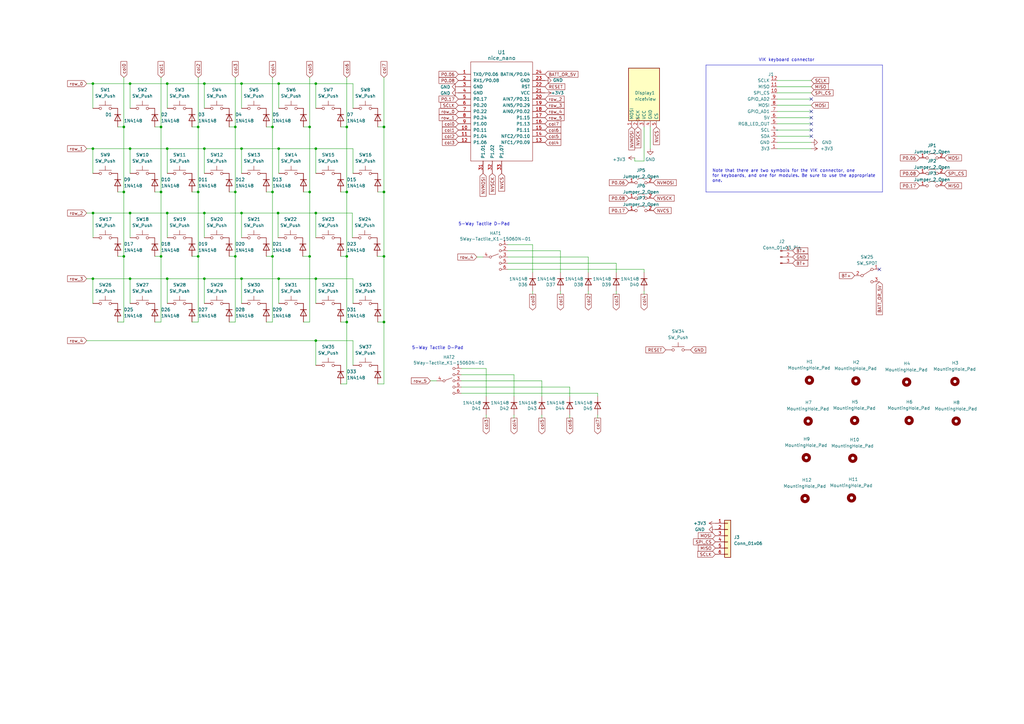
<source format=kicad_sch>
(kicad_sch (version 20230121) (generator eeschema)
  (paper "A3")
  (junction (at 127 105.156))
  (junction (at 142.24 132.08))
  (junction (at 142.24 52.07))
  (junction (at 38.1481 87.376))
  (junction (at 53.34 34.29))
  (junction (at 114.3 34.29))
  (junction (at 50.8 78.74))
  (junction (at 129.54 34.29))
  (junction (at 68.58 34.29))
  (junction (at 96.52 105.156))
  (junction (at 129.54 87.376))
  (junction (at 53.34 60.96))
  (junction (at 127 52.07))
  (junction (at 99.06 87.376))
  (junction (at 81.28 105.156))
  (junction (at 66.04 78.74))
  (junction (at 38.1 34.29))
  (junction (at 53.34 87.376))
  (junction (at 38.1 60.96))
  (junction (at 157.48 78.74))
  (junction (at 81.28 52.07))
  (junction (at 129.54 114.3))
  (junction (at 96.52 52.07))
  (junction (at 127 78.74))
  (junction (at 111.76 78.74))
  (junction (at 99.06 60.96))
  (junction (at 50.8 52.07))
  (junction (at 99.06 114.3))
  (junction (at 38.1 114.3))
  (junction (at 96.52 78.74))
  (junction (at 83.82 34.29))
  (junction (at 50.8 105.156))
  (junction (at 114.046 87.376))
  (junction (at 66.04 52.07))
  (junction (at 99.06 34.29))
  (junction (at 68.58 60.96))
  (junction (at 111.76 105.156))
  (junction (at 129.54 139.7))
  (junction (at 81.28 78.74))
  (junction (at 114.3 114.3))
  (junction (at 68.58 87.376))
  (junction (at 142.24 78.74))
  (junction (at 114.3 60.96))
  (junction (at 111.76 52.07))
  (junction (at 66.04 105.156))
  (junction (at 157.48 105.156))
  (junction (at 83.82 60.96))
  (junction (at 83.82 114.3))
  (junction (at 157.48 132.08))
  (junction (at 129.54 60.96))
  (junction (at 157.48 52.07))
  (junction (at 68.58 114.3))
  (junction (at 142.24 105.156))
  (junction (at 83.82 87.376))
  (junction (at 53.34 114.3))
  (no_connect (at 332.74 55.88))
  (no_connect (at 332.74 53.34))
  (no_connect (at 332.74 48.26))
  (no_connect (at 360.68 110.49))
  (no_connect (at 332.74 50.8))
  (no_connect (at 332.74 40.64))
  (no_connect (at 332.74 45.72))
  (wire (pts (xy 114.3 34.29) (xy 129.54 34.29)))
  (wire (pts (xy 129.54 60.96) (xy 144.78 60.96)))
  (wire (pts (xy 318.77 40.64) (xy 332.74 40.64)))
  (wire (pts (xy 157.48 78.74) (xy 157.48 52.07)))
  (wire (pts (xy 241.3 119.38) (xy 241.3 120.65)))
  (wire (pts (xy 50.8 105.156) (xy 50.8 132.08)))
  (wire (pts (xy 111.76 52.07) (xy 111.76 78.74)))
  (wire (pts (xy 50.8 78.74) (xy 48.26 78.74)))
  (wire (pts (xy 189.23 153.67) (xy 210.82 153.67)))
  (wire (pts (xy 318.77 33.02) (xy 332.74 33.02)))
  (wire (pts (xy 139.7 157.48) (xy 142.24 157.48)))
  (wire (pts (xy 53.34 114.3) (xy 68.58 114.3)))
  (wire (pts (xy 127 105.156) (xy 124.206 105.156)))
  (wire (pts (xy 142.24 105.156) (xy 142.24 132.08)))
  (wire (pts (xy 233.68 158.75) (xy 233.68 162.56)))
  (wire (pts (xy 318.77 58.42) (xy 332.74 58.42)))
  (wire (pts (xy 189.23 151.13) (xy 199.39 151.13)))
  (wire (pts (xy 38.1 60.96) (xy 53.34 60.96)))
  (wire (pts (xy 252.73 107.95) (xy 252.73 111.76)))
  (wire (pts (xy 218.44 119.38) (xy 218.44 120.65)))
  (wire (pts (xy 83.82 114.3) (xy 99.06 114.3)))
  (wire (pts (xy 111.76 105.156) (xy 111.76 132.08)))
  (wire (pts (xy 199.39 170.18) (xy 199.39 171.45)))
  (wire (pts (xy 114.3 114.3) (xy 114.3 124.46)))
  (wire (pts (xy 99.06 114.3) (xy 114.3 114.3)))
  (wire (pts (xy 81.28 78.74) (xy 81.28 105.156)))
  (wire (pts (xy 318.77 45.72) (xy 332.74 45.72)))
  (wire (pts (xy 189.23 156.21) (xy 222.25 156.21)))
  (wire (pts (xy 83.82 60.96) (xy 83.82 71.12)))
  (wire (pts (xy 53.34 124.46) (xy 53.34 114.3)))
  (wire (pts (xy 318.77 48.26) (xy 332.74 48.26)))
  (wire (pts (xy 144.526 87.376) (xy 144.526 97.536)))
  (wire (pts (xy 35.56 34.29) (xy 38.1 34.29)))
  (wire (pts (xy 66.04 105.156) (xy 66.04 132.08)))
  (wire (pts (xy 81.28 105.156) (xy 81.28 132.08)))
  (wire (pts (xy 154.94 157.48) (xy 157.48 157.48)))
  (wire (pts (xy 208.28 102.87) (xy 229.87 102.87)))
  (wire (pts (xy 68.58 34.29) (xy 83.82 34.29)))
  (wire (pts (xy 53.34 87.376) (xy 68.58 87.376)))
  (wire (pts (xy 127 78.74) (xy 124.46 78.74)))
  (wire (pts (xy 38.1 34.29) (xy 53.34 34.29)))
  (wire (pts (xy 198.12 105.41) (xy 195.58 105.41)))
  (wire (pts (xy 99.06 60.96) (xy 99.06 71.12)))
  (wire (pts (xy 157.48 52.07) (xy 154.94 52.07)))
  (wire (pts (xy 142.24 78.74) (xy 139.7 78.74)))
  (wire (pts (xy 144.78 139.7) (xy 144.78 149.86)))
  (wire (pts (xy 96.52 105.156) (xy 96.52 132.08)))
  (wire (pts (xy 218.44 100.33) (xy 218.44 111.76)))
  (wire (pts (xy 264.16 52.07) (xy 264.16 66.04)))
  (wire (pts (xy 318.77 53.34) (xy 332.74 53.34)))
  (wire (pts (xy 127 105.156) (xy 127 132.08)))
  (wire (pts (xy 48.3081 105.156) (xy 50.8 105.156)))
  (wire (pts (xy 83.82 60.96) (xy 99.06 60.96)))
  (wire (pts (xy 129.54 60.96) (xy 129.54 71.12)))
  (wire (pts (xy 210.82 153.67) (xy 210.82 162.56)))
  (wire (pts (xy 83.82 114.3) (xy 83.82 124.46)))
  (wire (pts (xy 129.54 114.3) (xy 144.78 114.3)))
  (wire (pts (xy 189.23 161.29) (xy 245.11 161.29)))
  (wire (pts (xy 157.48 78.74) (xy 157.48 105.156)))
  (wire (pts (xy 78.74 132.08) (xy 81.28 132.08)))
  (wire (pts (xy 38.1 34.29) (xy 38.1 44.45)))
  (wire (pts (xy 68.58 114.3) (xy 83.82 114.3)))
  (wire (pts (xy 127 78.74) (xy 127 52.07)))
  (wire (pts (xy 96.52 78.74) (xy 93.98 78.74)))
  (wire (pts (xy 233.68 170.18) (xy 233.68 171.45)))
  (wire (pts (xy 129.54 114.3) (xy 129.54 124.46)))
  (wire (pts (xy 129.54 34.29) (xy 129.54 44.45)))
  (wire (pts (xy 66.04 52.07) (xy 66.04 78.74)))
  (wire (pts (xy 318.77 60.96) (xy 332.74 60.96)))
  (wire (pts (xy 157.48 132.08) (xy 157.48 157.48)))
  (wire (pts (xy 127 78.74) (xy 127 105.156)))
  (wire (pts (xy 81.28 31.75) (xy 81.28 52.07)))
  (wire (pts (xy 99.06 87.376) (xy 114.046 87.376)))
  (wire (pts (xy 38.1 114.3) (xy 53.34 114.3)))
  (wire (pts (xy 127 52.07) (xy 124.46 52.07)))
  (wire (pts (xy 222.25 170.18) (xy 222.25 171.45)))
  (wire (pts (xy 114.3 34.29) (xy 114.3 44.45)))
  (wire (pts (xy 66.04 31.75) (xy 66.04 52.07)))
  (wire (pts (xy 109.22 132.08) (xy 111.76 132.08)))
  (wire (pts (xy 99.06 114.3) (xy 99.06 124.46)))
  (wire (pts (xy 63.5 105.156) (xy 66.04 105.156)))
  (wire (pts (xy 83.82 87.376) (xy 99.06 87.376)))
  (wire (pts (xy 208.28 110.49) (xy 264.16 110.49)))
  (wire (pts (xy 129.54 87.376) (xy 144.526 87.376)))
  (wire (pts (xy 124.46 132.08) (xy 127 132.08)))
  (polyline (pts (xy 289.56 26.67) (xy 361.95 26.67)))
  (wire (pts (xy 38.1481 87.376) (xy 53.34 87.376)))
  (wire (pts (xy 144.78 60.96) (xy 144.78 71.12)))
  (wire (pts (xy 111.76 78.74) (xy 111.76 105.156)))
  (wire (pts (xy 189.23 158.75) (xy 233.68 158.75)))
  (wire (pts (xy 114.3 114.3) (xy 129.54 114.3)))
  (wire (pts (xy 179.07 156.21) (xy 176.53 156.21)))
  (wire (pts (xy 129.54 34.29) (xy 144.78 34.29)))
  (polyline (pts (xy 361.95 78.74) (xy 289.56 78.74)))
  (wire (pts (xy 208.28 105.41) (xy 241.3 105.41)))
  (wire (pts (xy 83.82 34.29) (xy 99.06 34.29)))
  (wire (pts (xy 114.3 60.96) (xy 114.3 71.12)))
  (wire (pts (xy 109.22 52.07) (xy 111.76 52.07)))
  (wire (pts (xy 66.04 78.74) (xy 63.5 78.74)))
  (wire (pts (xy 99.06 87.376) (xy 99.06 97.536)))
  (wire (pts (xy 114.046 87.376) (xy 114.046 97.536)))
  (wire (pts (xy 139.7 132.08) (xy 142.24 132.08)))
  (wire (pts (xy 81.28 105.156) (xy 78.74 105.156)))
  (wire (pts (xy 129.54 139.7) (xy 129.54 149.86)))
  (wire (pts (xy 66.04 78.74) (xy 66.04 105.156)))
  (wire (pts (xy 144.78 34.29) (xy 144.78 44.45)))
  (wire (pts (xy 50.8 78.74) (xy 50.8 52.07)))
  (wire (pts (xy 99.06 34.29) (xy 99.06 44.45)))
  (wire (pts (xy 96.52 52.07) (xy 93.98 52.07)))
  (wire (pts (xy 96.52 78.74) (xy 96.52 105.156)))
  (wire (pts (xy 264.16 110.49) (xy 264.16 111.76)))
  (wire (pts (xy 229.87 119.38) (xy 229.87 120.65)))
  (wire (pts (xy 38.1481 87.376) (xy 38.1481 97.536)))
  (wire (pts (xy 99.06 60.96) (xy 114.3 60.96)))
  (wire (pts (xy 81.28 52.07) (xy 78.74 52.07)))
  (wire (pts (xy 38.1 114.3) (xy 38.1 124.46)))
  (wire (pts (xy 68.58 87.376) (xy 83.82 87.376)))
  (wire (pts (xy 38.1 71.12) (xy 38.1 60.96)))
  (wire (pts (xy 48.26 132.08) (xy 50.8 132.08)))
  (wire (pts (xy 93.98 132.08) (xy 96.52 132.08)))
  (wire (pts (xy 127 31.75) (xy 127 52.07)))
  (wire (pts (xy 252.73 119.38) (xy 252.73 120.65)))
  (wire (pts (xy 208.28 100.33) (xy 218.44 100.33)))
  (wire (pts (xy 111.76 31.75) (xy 111.76 52.07)))
  (wire (pts (xy 318.77 55.88) (xy 332.74 55.88)))
  (wire (pts (xy 68.58 114.3) (xy 68.58 124.46)))
  (wire (pts (xy 199.39 151.13) (xy 199.39 162.56)))
  (wire (pts (xy 68.58 60.96) (xy 83.82 60.96)))
  (wire (pts (xy 264.16 66.04) (xy 260.35 66.04)))
  (wire (pts (xy 68.58 60.96) (xy 68.58 71.12)))
  (wire (pts (xy 111.76 105.156) (xy 109.22 105.156)))
  (wire (pts (xy 129.54 139.7) (xy 144.78 139.7)))
  (wire (pts (xy 83.82 87.376) (xy 83.82 97.536)))
  (polyline (pts (xy 289.56 26.67) (xy 289.56 78.74)))
  (wire (pts (xy 142.24 105.156) (xy 139.7 105.156)))
  (wire (pts (xy 245.11 170.18) (xy 245.11 171.45)))
  (wire (pts (xy 99.06 34.29) (xy 114.3 34.29)))
  (wire (pts (xy 50.8 31.75) (xy 50.8 52.07)))
  (wire (pts (xy 260.35 66.04) (xy 260.35 64.77)))
  (wire (pts (xy 96.52 31.75) (xy 96.52 52.07)))
  (wire (pts (xy 157.48 78.74) (xy 154.94 78.74)))
  (wire (pts (xy 245.11 161.29) (xy 245.11 162.56)))
  (wire (pts (xy 318.77 50.8) (xy 332.74 50.8)))
  (wire (pts (xy 93.98 105.156) (xy 96.52 105.156)))
  (wire (pts (xy 35.56 139.7) (xy 129.54 139.7)))
  (wire (pts (xy 208.28 107.95) (xy 252.73 107.95)))
  (wire (pts (xy 35.56 60.96) (xy 38.1 60.96)))
  (wire (pts (xy 142.24 132.08) (xy 142.24 157.48)))
  (wire (pts (xy 50.8 78.74) (xy 50.8 105.156)))
  (wire (pts (xy 229.87 102.87) (xy 229.87 111.76)))
  (wire (pts (xy 129.54 87.376) (xy 129.54 97.536)))
  (polyline (pts (xy 361.95 26.67) (xy 361.95 78.74)))
  (wire (pts (xy 266.7 52.07) (xy 266.7 60.96)))
  (wire (pts (xy 111.76 78.74) (xy 109.22 78.74)))
  (wire (pts (xy 81.28 78.74) (xy 78.74 78.74)))
  (wire (pts (xy 114.046 87.376) (xy 129.54 87.376)))
  (wire (pts (xy 96.52 78.74) (xy 96.52 52.07)))
  (wire (pts (xy 53.34 34.29) (xy 68.58 34.29)))
  (wire (pts (xy 53.34 60.96) (xy 68.58 60.96)))
  (wire (pts (xy 318.77 38.1) (xy 332.74 38.1)))
  (wire (pts (xy 63.5 52.07) (xy 66.04 52.07)))
  (wire (pts (xy 53.34 34.29) (xy 53.34 44.45)))
  (wire (pts (xy 83.82 34.29) (xy 83.82 44.45)))
  (wire (pts (xy 142.24 31.75) (xy 142.24 52.07)))
  (wire (pts (xy 35.56 87.376) (xy 38.1481 87.376)))
  (wire (pts (xy 318.77 35.56) (xy 332.74 35.56)))
  (wire (pts (xy 68.58 34.29) (xy 68.58 44.45)))
  (wire (pts (xy 81.28 78.74) (xy 81.28 52.07)))
  (wire (pts (xy 68.58 87.376) (xy 68.58 97.536)))
  (wire (pts (xy 157.48 105.156) (xy 154.686 105.156)))
  (wire (pts (xy 241.3 105.41) (xy 241.3 111.76)))
  (wire (pts (xy 53.34 60.96) (xy 53.34 71.12)))
  (wire (pts (xy 154.94 132.08) (xy 157.48 132.08)))
  (wire (pts (xy 157.48 31.75) (xy 157.48 52.07)))
  (wire (pts (xy 63.5 132.08) (xy 66.04 132.08)))
  (wire (pts (xy 157.48 105.156) (xy 157.48 132.08)))
  (wire (pts (xy 142.24 78.74) (xy 142.24 105.156)))
  (wire (pts (xy 318.77 43.18) (xy 332.74 43.18)))
  (wire (pts (xy 222.25 156.21) (xy 222.25 162.56)))
  (wire (pts (xy 114.3 60.96) (xy 129.54 60.96)))
  (wire (pts (xy 139.7 52.07) (xy 142.24 52.07)))
  (wire (pts (xy 142.24 52.07) (xy 142.24 78.74)))
  (wire (pts (xy 35.56 114.3) (xy 38.1 114.3)))
  (wire (pts (xy 210.82 170.18) (xy 210.82 171.45)))
  (wire (pts (xy 144.78 114.3) (xy 144.78 124.46)))
  (wire (pts (xy 264.16 119.38) (xy 264.16 120.65)))
  (wire (pts (xy 53.34 87.376) (xy 53.34 97.536)))
  (wire (pts (xy 50.8 52.07) (xy 48.26 52.07)))
  (text "Note that there are two symbols for the VIK connector, one\nfor keyboards, and one for modules. Be sure to use the appropriate\none." (at 292.1 74.93 0) (effects (font (size 1.27 1.27)) (justify left bottom)))
  (text "5-Way Tactile D-Pad" (at 168.91 143.51 0) (effects (font (size 1.27 1.27)) (justify left bottom)))
  (text "VIK keyboard connector" (at 311.15 25.4 0) (effects (font (size 1.27 1.27)) (justify left bottom)))
  (text "5-Way Tactile D-Pad" (at 187.96 92.71 0) (effects (font (size 1.27 1.27)) (justify left bottom)))
  (global_label "NVCS" (shape input) (at 205.74 71.12 270) (property "Intersheetrefs" "${INTERSHEET_REFS}" (effects hide)))
  (global_label "col4" (shape output) (at 264.16 120.65 270) (property "Intersheetrefs" "${INTERSHEET_REFS}" (effects hide)))
  (global_label "P0.17" (shape input) (at 257.81 86.36 180) (property "Intersheetrefs" "${INTERSHEET_REFS}" (effects hide)))
  (global_label "col1" (shape input) (at 66.04 31.75 90) (property "Intersheetrefs" "${INTERSHEET_REFS}" (effects hide)))
  (global_label "row_4" (shape input) (at 223.52 45.72 0) (property "Intersheetrefs" "${INTERSHEET_REFS}" (effects hide)))
  (global_label "row_5" (shape input) (at 176.53 156.21 180) (property "Intersheetrefs" "${INTERSHEET_REFS}" (effects hide)))
  (global_label "row_0" (shape input) (at 35.56 34.29 180) (property "Intersheetrefs" "${INTERSHEET_REFS}" (effects hide)))
  (global_label "P0.06" (shape input) (at 187.96 30.48 180) (property "Intersheetrefs" "${INTERSHEET_REFS}" (effects hide)))
  (global_label "BATT_OR_5V" (shape input) (at 360.68 115.57 270) (property "Intersheetrefs" "${INTERSHEET_REFS}" (effects hide)))
  (global_label "col7" (shape input) (at 223.52 50.8 0) (property "Intersheetrefs" "${INTERSHEET_REFS}" (effects hide)))
  (global_label "GND" (shape input) (at 325.12 105.41 0) (property "Intersheetrefs" "${INTERSHEET_REFS}" (effects hide)))
  (global_label "row_1" (shape input) (at 35.56 60.96 180) (property "Intersheetrefs" "${INTERSHEET_REFS}" (effects hide)))
  (global_label "row_3" (shape input) (at 35.56 114.3 180) (property "Intersheetrefs" "${INTERSHEET_REFS}" (effects hide)))
  (global_label "NVMOSI" (shape input) (at 259.08 52.07 270) (property "Intersheetrefs" "${INTERSHEET_REFS}" (effects hide)))
  (global_label "MISO" (shape input) (at 387.35 76.2 0) (property "Intersheetrefs" "${INTERSHEET_REFS}" (effects hide)))
  (global_label "col6" (shape input) (at 142.24 31.75 90) (property "Intersheetrefs" "${INTERSHEET_REFS}" (effects hide)))
  (global_label "row_4" (shape input) (at 35.56 139.7 180) (property "Intersheetrefs" "${INTERSHEET_REFS}" (effects hide)))
  (global_label "row_4" (shape input) (at 195.58 105.41 180) (property "Intersheetrefs" "${INTERSHEET_REFS}" (effects hide)))
  (global_label "BT+" (shape input) (at 325.12 102.87 0) (property "Intersheetrefs" "${INTERSHEET_REFS}" (effects hide)))
  (global_label "NVMOSI" (shape input) (at 267.97 74.93 0) (property "Intersheetrefs" "${INTERSHEET_REFS}" (effects hide)))
  (global_label "SCLK" (shape input) (at 293.37 227.33 180) (property "Intersheetrefs" "${INTERSHEET_REFS}" (effects hide)))
  (global_label "SPI_CS" (shape input) (at 293.37 222.25 180) (property "Intersheetrefs" "${INTERSHEET_REFS}" (effects hide)))
  (global_label "col6" (shape output) (at 233.68 171.45 270) (property "Intersheetrefs" "${INTERSHEET_REFS}" (effects hide)))
  (global_label "MOSI" (shape input) (at 293.37 219.71 180) (property "Intersheetrefs" "${INTERSHEET_REFS}" (effects hide)))
  (global_label "SCLK" (shape input) (at 187.96 43.18 180) (property "Intersheetrefs" "${INTERSHEET_REFS}" (effects hide)))
  (global_label "col2" (shape input) (at 187.96 55.88 180) (property "Intersheetrefs" "${INTERSHEET_REFS}" (effects hide)))
  (global_label "col0" (shape input) (at 50.8 31.75 90) (property "Intersheetrefs" "${INTERSHEET_REFS}" (effects hide)))
  (global_label "MOSI" (shape input) (at 387.35 64.77 0) (property "Intersheetrefs" "${INTERSHEET_REFS}" (effects hide)))
  (global_label "row_1" (shape input) (at 187.96 48.26 180) (property "Intersheetrefs" "${INTERSHEET_REFS}" (effects hide)))
  (global_label "MISO" (shape input) (at 332.74 35.56 0) (property "Intersheetrefs" "${INTERSHEET_REFS}" (effects hide)))
  (global_label "MISO" (shape input) (at 293.37 224.79 180) (property "Intersheetrefs" "${INTERSHEET_REFS}" (effects hide)))
  (global_label "P0.08" (shape input) (at 377.19 71.12 180) (property "Intersheetrefs" "${INTERSHEET_REFS}" (effects hide)))
  (global_label "NVCS" (shape input) (at 267.97 86.36 0) (property "Intersheetrefs" "${INTERSHEET_REFS}" (effects hide)))
  (global_label "SPI_CS" (shape input) (at 387.35 71.12 0) (property "Intersheetrefs" "${INTERSHEET_REFS}" (effects hide)))
  (global_label "BT+" (shape input) (at 325.12 107.95 0) (property "Intersheetrefs" "${INTERSHEET_REFS}" (effects hide)))
  (global_label "P0.08" (shape input) (at 187.96 33.02 180) (property "Intersheetrefs" "${INTERSHEET_REFS}" (effects hide)))
  (global_label "col4" (shape output) (at 210.82 171.45 270) (property "Intersheetrefs" "${INTERSHEET_REFS}" (effects hide)))
  (global_label "P0.17" (shape input) (at 377.19 76.2 180) (property "Intersheetrefs" "${INTERSHEET_REFS}" (effects hide)))
  (global_label "GND" (shape input) (at 283.21 143.51 0) (property "Intersheetrefs" "${INTERSHEET_REFS}" (effects hide)))
  (global_label "col2" (shape output) (at 241.3 120.65 270) (property "Intersheetrefs" "${INTERSHEET_REFS}" (effects hide)))
  (global_label "BATT_OR_5V" (shape input) (at 223.52 30.48 0) (property "Intersheetrefs" "${INTERSHEET_REFS}" (effects hide)))
  (global_label "SPI_CS" (shape input) (at 332.74 38.1 0) (property "Intersheetrefs" "${INTERSHEET_REFS}" (effects hide)))
  (global_label "col4" (shape input) (at 111.76 31.75 90) (property "Intersheetrefs" "${INTERSHEET_REFS}" (effects hide)))
  (global_label "RESET" (shape input) (at 273.05 143.51 180) (property "Intersheetrefs" "${INTERSHEET_REFS}" (effects hide)))
  (global_label "RESET" (shape input) (at 223.52 35.56 0) (property "Intersheetrefs" "${INTERSHEET_REFS}" (effects hide)))
  (global_label "col7" (shape input) (at 157.48 31.75 90) (property "Intersheetrefs" "${INTERSHEET_REFS}" (effects hide)))
  (global_label "col3" (shape output) (at 199.39 171.45 270) (property "Intersheetrefs" "${INTERSHEET_REFS}" (effects hide)))
  (global_label "row_0" (shape input) (at 187.96 45.72 180) (property "Intersheetrefs" "${INTERSHEET_REFS}" (effects hide)))
  (global_label "SCLK" (shape input) (at 332.74 33.02 0) (property "Intersheetrefs" "${INTERSHEET_REFS}" (effects hide)))
  (global_label "BT+" (shape input) (at 350.52 113.03 180) (property "Intersheetrefs" "${INTERSHEET_REFS}" (effects hide)))
  (global_label "row_3" (shape input) (at 223.52 43.18 0) (property "Intersheetrefs" "${INTERSHEET_REFS}" (effects hide)))
  (global_label "NVCS" (shape input) (at 269.24 52.07 270) (property "Intersheetrefs" "${INTERSHEET_REFS}" (effects hide)))
  (global_label "P0.17" (shape input) (at 187.96 40.64 180) (property "Intersheetrefs" "${INTERSHEET_REFS}" (effects hide)))
  (global_label "P0.06" (shape input) (at 257.81 74.93 180) (property "Intersheetrefs" "${INTERSHEET_REFS}" (effects hide)))
  (global_label "col4" (shape input) (at 223.52 58.42 0) (property "Intersheetrefs" "${INTERSHEET_REFS}" (effects hide)))
  (global_label "col0" (shape input) (at 187.96 50.8 180) (property "Intersheetrefs" "${INTERSHEET_REFS}" (effects hide)))
  (global_label "col6" (shape input) (at 223.52 53.34 0) (property "Intersheetrefs" "${INTERSHEET_REFS}" (effects hide)))
  (global_label "col1" (shape input) (at 187.96 53.34 180) (property "Intersheetrefs" "${INTERSHEET_REFS}" (effects hide)))
  (global_label "MOSI" (shape input) (at 332.74 43.18 0) (property "Intersheetrefs" "${INTERSHEET_REFS}" (effects hide)))
  (global_label "row_2" (shape input) (at 223.52 40.64 0) (property "Intersheetrefs" "${INTERSHEET_REFS}" (effects hide)))
  (global_label "col5" (shape input) (at 127 31.75 90) (property "Intersheetrefs" "${INTERSHEET_REFS}" (effects hide)))
  (global_label "col2" (shape input) (at 81.28 31.75 90) (property "Intersheetrefs" "${INTERSHEET_REFS}" (effects hide)))
  (global_label "NVSCK" (shape input) (at 201.93 71.12 270) (property "Intersheetrefs" "${INTERSHEET_REFS}" (effects hide)))
  (global_label "row_2" (shape input) (at 35.56 87.376 180) (property "Intersheetrefs" "${INTERSHEET_REFS}" (effects hide)))
  (global_label "row_5" (shape input) (at 223.52 48.26 0) (property "Intersheetrefs" "${INTERSHEET_REFS}" (effects hide)))
  (global_label "col0" (shape output) (at 218.44 120.65 270) (property "Intersheetrefs" "${INTERSHEET_REFS}" (effects hide)))
  (global_label "col3" (shape input) (at 96.52 31.75 90) (property "Intersheetrefs" "${INTERSHEET_REFS}" (effects hide)))
  (global_label "col3" (shape output) (at 252.73 120.65 270) (property "Intersheetrefs" "${INTERSHEET_REFS}" (effects hide)))
  (global_label "col3" (shape input) (at 187.96 58.42 180) (property "Intersheetrefs" "${INTERSHEET_REFS}" (effects hide)))
  (global_label "P0.08" (shape input) (at 257.81 81.28 180) (property "Intersheetrefs" "${INTERSHEET_REFS}" (effects hide)))
  (global_label "NVMOSI" (shape input) (at 198.12 71.12 270) (property "Intersheetrefs" "${INTERSHEET_REFS}" (effects hide)))
  (global_label "col7" (shape output) (at 245.11 171.45 270) (property "Intersheetrefs" "${INTERSHEET_REFS}" (effects hide)))
  (global_label "P0.06" (shape input) (at 377.19 64.77 180) (property "Intersheetrefs" "${INTERSHEET_REFS}" (effects hide)))
  (global_label "col5" (shape output) (at 222.25 171.45 270) (property "Intersheetrefs" "${INTERSHEET_REFS}" (effects hide)))
  (global_label "col5" (shape input) (at 223.52 55.88 0) (property "Intersheetrefs" "${INTERSHEET_REFS}" (effects hide)))
  (global_label "col1" (shape output) (at 229.87 120.65 270) (property "Intersheetrefs" "${INTERSHEET_REFS}" (effects hide)))
  (global_label "NVSCK" (shape input) (at 267.97 81.28 0) (property "Intersheetrefs" "${INTERSHEET_REFS}" (effects hide)))
  (global_label "NVSCK" (shape input) (at 261.62 52.07 270) (property "Intersheetrefs" "${INTERSHEET_REFS}" (effects hide)))
  (symbol (lib_id "alaa:Diode_1N4148") (at 63.5 48.26 270) (unit 1)
    (property "Reference" "D2" (at 66.04 46.9899 90) (effects (justify left)))
    (property "Value" "1N4148" (at 66.04 49.5299 90) (effects (justify left)))
    (property "Footprint" "Diode_SMD:D_SOD-123" (effects hide))
    (property "Datasheet" "https://assets.nexperia.com/documents/data-sheet/1N4148_1N4448.pdf" (effects hide))
    (property "LCSC" "C8598" (effects hide))
  )
  (symbol (lib_id "Device:D") (at 264.16 115.57 270) (unit 1)
    (property "Reference" "D40" (at 262.128 116.7384 90) (effects (justify right)))
    (property "Value" "1N4148" (at 262.128 114.427 90) (effects (justify right)))
    (property "Footprint" "Diode_SMD:D_SOD-123" (effects hide))
    (property "Datasheet" "https://assets.nexperia.com/documents/data-sheet/1N4148_1N4448.pdf" (effects hide))
    (property "LCSC" "C8598" (effects hide))
  )
  (symbol (lib_id "Mechanical:MountingHole") (at 331.978 155.956 0) (unit 1)
    (property "Reference" "H1" (at 330.708 148.336 0) (effects (justify left)))
    (property "Value" "MountingHole_Pad" (at 323.088 150.876 0) (effects (justify left)))
    (property "Footprint" "Alaa:MountingHole_M3" (effects hide))
  )
  (symbol (lib_id "alaa:Diode_1N4148") (at 48.26 128.27 270) (unit 1)
    (property "Reference" "D25" (at 50.8 126.9999 90) (effects (justify left)))
    (property "Value" "1N4148" (at 50.8 129.5399 90) (effects (justify left)))
    (property "Footprint" "Diode_SMD:D_SOD-123" (effects hide))
    (property "Datasheet" "https://assets.nexperia.com/documents/data-sheet/1N4148_1N4448.pdf" (effects hide))
    (property "LCSC" "C8598" (effects hide))
  )
  (symbol (lib_id "Mechanical:MountingHole") (at 351.028 156.21 0) (unit 1)
    (property "Reference" "H2" (at 349.758 148.59 0) (effects (justify left)))
    (property "Value" "MountingHole_Pad" (at 342.138 151.13 0) (effects (justify left)))
    (property "Footprint" "Alaa:MountingHole_M3" (effects hide))
  )
  (symbol (lib_id "Mechanical:MountingHole") (at 330.2 204.47 0) (unit 1)
    (property "Reference" "H12" (at 328.93 196.85 0) (effects (justify left)))
    (property "Value" "MountingHole_Pad" (at 321.31 199.39 0) (effects (justify left)))
    (property "Footprint" "Alaa:MountingHole_M3" (effects hide))
  )
  (symbol (lib_id "Switch:SW_Push") (at 104.14 71.12 0) (unit 1)
    (property "Reference" "SW13" (at 104.14 63.5 0))
    (property "Value" "SW_Push" (at 104.14 66.04 0))
    (property "Footprint" "Alaa:Kailh_hotswap_only_MX-CHOC" (effects hide))
  )
  (symbol (lib_id "vik:vik-keyboard-connector") (at 318.77 46.99 180) (unit 1)
    (property "Reference" "J1" (at 316.23 30.48 0))
    (property "Value" "~" (at 318.77 53.34 0))
    (property "Footprint" "vik:vik-keyboard-connector-horizontal" (effects hide))
    (property "LCSC" "C479750" (effects hide))
  )
  (symbol (lib_id "Mechanical:MountingHole") (at 349.758 187.96 0) (unit 1)
    (property "Reference" "H10" (at 348.488 180.34 0) (effects (justify left)))
    (property "Value" "MountingHole_Pad" (at 340.868 182.88 0) (effects (justify left)))
    (property "Footprint" "Alaa:MountingHole_M3" (effects hide))
  )
  (symbol (lib_id "Switch:SW_Push") (at 134.62 97.536 0) (unit 1)
    (property "Reference" "SW23" (at 134.62 89.916 0))
    (property "Value" "SW_Push" (at 134.62 92.456 0))
    (property "Footprint" "Alaa:Kailh_hotswap_only_MX-CHOC" (effects hide))
  )
  (symbol (lib_id "power:GND") (at 187.96 38.1 270) (unit 1)
    (property "Reference" "#PWR03" (effects hide))
    (property "Value" "GND" (at 184.7088 38.227 90) (effects (justify right)))
  )
  (symbol (lib_id "Device:D") (at 229.87 115.57 270) (unit 1)
    (property "Reference" "D37" (at 227.838 116.7384 90) (effects (justify right)))
    (property "Value" "1N4148" (at 227.838 114.427 90) (effects (justify right)))
    (property "Footprint" "Diode_SMD:D_SOD-123" (effects hide))
    (property "Datasheet" "https://assets.nexperia.com/documents/data-sheet/1N4148_1N4448.pdf" (effects hide))
    (property "LCSC" "C8598" (effects hide))
  )
  (symbol (lib_id "Switch:SW_Push") (at 149.86 44.45 0) (unit 1)
    (property "Reference" "SW8" (at 149.86 36.83 0))
    (property "Value" "SW_Push" (at 149.86 39.37 0))
    (property "Footprint" "Alaa:Kailh_hotswap_only_MX-CHOC" (effects hide))
  )
  (symbol (lib_id "Jumper:Jumper_2_Open") (at 382.27 76.2 0) (unit 1)
    (property "Reference" "JP3" (at 382.27 71.12 0))
    (property "Value" "Jumper_2_Open" (at 382.27 73.66 0))
    (property "Footprint" "Jumper:SolderJumper-2_P1.3mm_Open_TrianglePad1.0x1.5mm" (effects hide))
  )
  (symbol (lib_id "alaa:Diode_1N4148") (at 124.46 128.27 270) (unit 1)
    (property "Reference" "D30" (effects hide))
    (property "Value" "1N4148" (effects hide))
    (property "Footprint" "Diode_SMD:D_SOD-123" (effects hide))
    (property "Datasheet" "https://assets.nexperia.com/documents/data-sheet/1N4148_1N4448.pdf" (effects hide))
    (property "LCSC" "C8598" (effects hide))
  )
  (symbol (lib_id "Jumper:Jumper_2_Open") (at 262.89 81.28 0) (unit 1)
    (property "Reference" "JP6" (at 262.89 76.2 0))
    (property "Value" "Jumper_2_Open" (at 262.89 78.74 0))
    (property "Footprint" "Jumper:SolderJumper-2_P1.3mm_Open_TrianglePad1.0x1.5mm" (effects hide))
  )
  (symbol (lib_id "alaa:Diode_1N4148") (at 63.5 74.93 270) (unit 1)
    (property "Reference" "D10" (at 66.04 73.6599 90) (effects (justify left)))
    (property "Value" "1N4148" (at 66.04 76.1999 90) (effects (justify left)))
    (property "Footprint" "Diode_SMD:D_SOD-123" (effects hide))
    (property "Datasheet" "https://assets.nexperia.com/documents/data-sheet/1N4148_1N4448.pdf" (effects hide))
    (property "LCSC" "C8598" (effects hide))
  )
  (symbol (lib_id "power:+3V3") (at 332.74 60.96 270) (unit 1)
    (property "Reference" "#PWR07" (effects hide))
    (property "Value" "+3V3" (at 339.09 60.96 90))
  )
  (symbol (lib_id "Switch:SW_Push") (at 43.18 124.46 0) (unit 1)
    (property "Reference" "SW26" (at 43.18 116.84 0))
    (property "Value" "SW_Push" (at 43.18 119.38 0))
    (property "Footprint" "Alaa:Kailh_hotswap_only_MX-CHOC" (effects hide))
  )
  (symbol (lib_id "power:+3V3") (at 223.52 38.1 270) (unit 1)
    (property "Reference" "#PWR04" (effects hide))
    (property "Value" "+3V3" (at 228.6 38.1 90))
  )
  (symbol (lib_id "nice_view:nice!view") (at 264.16 39.37 0) (unit 1)
    (property "Reference" "Display1" (at 260.35 38.1031 0) (effects (justify left)))
    (property "Value" "nice!view" (at 260.35 40.64 0) (effects (justify left)))
    (property "Footprint" "Alaa:nice_view" (effects hide))
    (property "Datasheet" "https://nicekeyboards.com/docs/nice-view/pinout-schematic" (effects hide))
  )
  (symbol (lib_id "Device:D") (at 252.73 115.57 270) (unit 1)
    (property "Reference" "D39" (at 250.698 116.7384 90) (effects (justify right)))
    (property "Value" "1N4148" (at 250.698 114.427 90) (effects (justify right)))
    (property "Footprint" "Diode_SMD:D_SOD-123" (effects hide))
    (property "Datasheet" "https://assets.nexperia.com/documents/data-sheet/1N4148_1N4448.pdf" (effects hide))
    (property "LCSC" "C8598" (effects hide))
  )
  (symbol (lib_id "Switch:SW_Push") (at 43.18 44.45 0) (unit 1)
    (property "Reference" "SW1" (at 43.18 36.83 0))
    (property "Value" "SW_Push" (at 43.18 39.37 0))
    (property "Footprint" "Alaa:Kailh_hotswap_only_MX-CHOC" (effects hide))
  )
  (symbol (lib_id "alaa:Diode_1N4148") (at 93.98 101.346 270) (unit 1)
    (property "Reference" "D20" (at 96.52 100.0759 90) (effects (justify left)))
    (property "Value" "1N4148" (at 96.52 102.6159 90) (effects (justify left)))
    (property "Footprint" "Diode_SMD:D_SOD-123" (effects hide))
    (property "Datasheet" "https://assets.nexperia.com/documents/data-sheet/1N4148_1N4448.pdf" (effects hide))
    (property "LCSC" "C8598" (effects hide))
  )
  (symbol (lib_id "Connector_Generic:Conn_01x06") (at 298.45 219.71 0) (unit 1)
    (property "Reference" "J3" (at 300.99 220.345 0) (effects (justify left)))
    (property "Value" "Conn_01x06" (at 300.99 222.885 0) (effects (justify left)))
    (property "Footprint" "Connector_PinHeader_2.54mm:PinHeader_1x06_P2.54mm_Vertical" (effects hide))
  )
  (symbol (lib_id "Switch:SW_Push") (at 119.38 124.46 0) (unit 1)
    (property "Reference" "SW31" (at 119.38 116.84 0))
    (property "Value" "SW_Push" (at 119.38 119.38 0))
    (property "Footprint" "Alaa:Kailh_hotswap_only_MX-CHOC" (effects hide))
  )
  (symbol (lib_id "Switch:SW_Push") (at 134.62 71.12 0) (unit 1)
    (property "Reference" "SW15" (at 134.62 63.5 0))
    (property "Value" "SW_Push" (at 134.62 66.04 0))
    (property "Footprint" "Alaa:Kailh_hotswap_only_MX-CHOC" (effects hide))
  )
  (symbol (lib_id "alaa:Diode_1N4148") (at 139.7 48.26 270) (unit 1)
    (property "Reference" "D7" (at 142.24 46.9899 90) (effects (justify left)))
    (property "Value" "1N4148" (at 142.24 49.5299 90) (effects (justify left)))
    (property "Footprint" "Diode_SMD:D_SOD-123" (effects hide))
    (property "Datasheet" "https://assets.nexperia.com/documents/data-sheet/1N4148_1N4448.pdf" (effects hide))
    (property "LCSC" "C8598" (effects hide))
  )
  (symbol (lib_id "Switch:SW_Push") (at 149.86 71.12 0) (unit 1)
    (property "Reference" "SW16" (at 149.86 63.5 0))
    (property "Value" "SW_Push" (at 149.86 66.04 0))
    (property "Footprint" "Alaa:Kailh_hotswap_only_MX-CHOC" (effects hide))
  )
  (symbol (lib_id "alaa:Diode_1N4148") (at 124.46 48.26 270) (unit 1)
    (property "Reference" "D6" (effects hide))
    (property "Value" "1N4148" (effects hide))
    (property "Footprint" "Diode_SMD:D_SOD-123" (effects hide))
    (property "Datasheet" "https://assets.nexperia.com/documents/data-sheet/1N4148_1N4448.pdf" (effects hide))
    (property "LCSC" "C8598" (effects hide))
  )
  (symbol (lib_id "Switch:SW_Push") (at 134.62 149.86 0) (unit 1)
    (property "Reference" "SW35" (at 134.62 142.24 0))
    (property "Value" "SW_Push" (at 134.62 144.78 0))
    (property "Footprint" "Alaa:Kailh_hotswap_only_MX-CHOC" (effects hide))
  )
  (symbol (lib_id "alaa:Diode_1N4148") (at 109.22 128.27 270) (unit 1)
    (property "Reference" "D29" (at 111.76 126.9999 90) (effects (justify left)))
    (property "Value" "1N4148" (at 111.76 129.5399 90) (effects (justify left)))
    (property "Footprint" "Diode_SMD:D_SOD-123" (effects hide))
    (property "Datasheet" "https://assets.nexperia.com/documents/data-sheet/1N4148_1N4448.pdf" (effects hide))
    (property "LCSC" "C8598" (effects hide))
  )
  (symbol (lib_id "nice_nano:nice_nano") (at 205.74 44.45 0) (unit 1)
    (property "Reference" "U1" (at 205.74 21.4472 0) (effects (font (size 1.524 1.524))))
    (property "Value" "nice_nano" (at 205.74 23.8284 0) (effects (font (size 1.524 1.524))))
    (property "Footprint" "Keebio-Parts:nice_nano" (effects hide))
  )
  (symbol (lib_id "alaa:Diode_1N4148") (at 78.74 128.27 270) (unit 1)
    (property "Reference" "D27" (at 81.28 126.9999 90) (effects (justify left)))
    (property "Value" "1N4148" (at 81.28 129.5399 90) (effects (justify left)))
    (property "Footprint" "Diode_SMD:D_SOD-123" (effects hide))
    (property "Datasheet" "https://assets.nexperia.com/documents/data-sheet/1N4148_1N4448.pdf" (effects hide))
    (property "LCSC" "C8598" (effects hide))
  )
  (symbol (lib_id "alaa:Diode_1N4148") (at 154.94 74.93 270) (unit 1)
    (property "Reference" "D16" (effects hide))
    (property "Value" "1N4148" (effects hide))
    (property "Footprint" "Diode_SMD:D_SOD-123" (effects hide))
    (property "Datasheet" "https://assets.nexperia.com/documents/data-sheet/1N4148_1N4448.pdf" (effects hide))
    (property "LCSC" "C8598" (effects hide))
  )
  (symbol (lib_id "Device:D") (at 199.39 166.37 270) (unit 1)
    (property "Reference" "D41" (at 197.358 167.5384 90) (effects (justify right)))
    (property "Value" "1N4148" (at 197.358 165.227 90) (effects (justify right)))
    (property "Footprint" "Diode_SMD:D_SOD-123" (effects hide))
    (property "Datasheet" "https://assets.nexperia.com/documents/data-sheet/1N4148_1N4448.pdf" (effects hide))
    (property "LCSC" "C8598" (effects hide))
  )
  (symbol (lib_id "alaa:Diode_1N4148") (at 139.7 101.346 270) (unit 1)
    (property "Reference" "D23" (at 142.24 100.0759 90) (effects (justify left)))
    (property "Value" "1N4148" (at 142.24 102.6159 90) (effects (justify left)))
    (property "Footprint" "Diode_SMD:D_SOD-123" (effects hide))
    (property "Datasheet" "https://assets.nexperia.com/documents/data-sheet/1N4148_1N4448.pdf" (effects hide))
    (property "LCSC" "C8598" (effects hide))
  )
  (symbol (lib_id "alaa:Diode_1N4148") (at 139.7 74.93 270) (unit 1)
    (property "Reference" "D15" (at 142.24 73.6599 90) (effects (justify left)))
    (property "Value" "1N4148" (at 142.24 76.1999 90) (effects (justify left)))
    (property "Footprint" "Diode_SMD:D_SOD-123" (effects hide))
    (property "Datasheet" "https://assets.nexperia.com/documents/data-sheet/1N4148_1N4448.pdf" (effects hide))
    (property "LCSC" "C8598" (effects hide))
  )
  (symbol (lib_id "alaa:Diode_1N4148") (at 78.74 48.26 270) (unit 1)
    (property "Reference" "D3" (at 81.28 46.9899 90) (effects (justify left)))
    (property "Value" "1N4148" (at 81.28 49.5299 90) (effects (justify left)))
    (property "Footprint" "Diode_SMD:D_SOD-123" (effects hide))
    (property "Datasheet" "https://assets.nexperia.com/documents/data-sheet/1N4148_1N4448.pdf" (effects hide))
    (property "LCSC" "C8598" (effects hide))
  )
  (symbol (lib_id "Device:D") (at 222.25 166.37 270) (unit 1)
    (property "Reference" "D43" (at 220.218 167.5384 90) (effects (justify right)))
    (property "Value" "1N4148" (at 220.218 165.227 90) (effects (justify right)))
    (property "Footprint" "Diode_SMD:D_SOD-123" (effects hide))
    (property "Datasheet" "https://assets.nexperia.com/documents/data-sheet/1N4148_1N4448.pdf" (effects hide))
    (property "LCSC" "C8598" (effects hide))
  )
  (symbol (lib_id "alaa:Diode_1N4148") (at 154.94 153.67 270) (unit 1)
    (property "Reference" "D35" (effects hide))
    (property "Value" "1N4148" (effects hide))
    (property "Footprint" "Diode_SMD:D_SOD-123" (effects hide))
    (property "Datasheet" "https://assets.nexperia.com/documents/data-sheet/1N4148_1N4448.pdf" (effects hide))
    (property "LCSC" "C8598" (effects hide))
  )
  (symbol (lib_id "alaa:Diode_1N4148") (at 124.206 101.346 270) (unit 1)
    (property "Reference" "D22" (effects hide))
    (property "Value" "1N4148" (effects hide))
    (property "Footprint" "Diode_SMD:D_SOD-123" (effects hide))
    (property "Datasheet" "https://assets.nexperia.com/documents/data-sheet/1N4148_1N4448.pdf" (effects hide))
    (property "LCSC" "C8598" (effects hide))
  )
  (symbol (lib_id "alaa:Diode_1N4148") (at 63.5 101.346 270) (unit 1)
    (property "Reference" "D18" (at 66.04 100.0759 90) (effects (justify left)))
    (property "Value" "1N4148" (at 66.04 102.6159 90) (effects (justify left)))
    (property "Footprint" "Diode_SMD:D_SOD-123" (effects hide))
    (property "Datasheet" "https://assets.nexperia.com/documents/data-sheet/1N4148_1N4448.pdf" (effects hide))
    (property "LCSC" "C8598" (effects hide))
  )
  (symbol (lib_id "Mechanical:MountingHole") (at 391.668 156.464 0) (unit 1)
    (property "Reference" "H3" (at 390.398 148.844 0) (effects (justify left)))
    (property "Value" "MountingHole_Pad" (at 382.778 151.384 0) (effects (justify left)))
    (property "Footprint" "Alaa:MountingHole_M3" (effects hide))
  )
  (symbol (lib_id "Switch:SW_Push") (at 104.14 44.45 0) (unit 1)
    (property "Reference" "SW5" (at 104.14 36.83 0))
    (property "Value" "SW_Push" (at 104.14 39.37 0))
    (property "Footprint" "Alaa:Kailh_hotswap_only_MX-CHOC" (effects hide))
  )
  (symbol (lib_id "Switch:SW_Push") (at 73.66 44.45 0) (unit 1)
    (property "Reference" "SW3" (at 73.66 36.83 0))
    (property "Value" "SW_Push" (at 73.66 39.37 0))
    (property "Footprint" "Alaa:Kailh_hotswap_only_MX-CHOC" (effects hide))
  )
  (symbol (lib_id "Switch:SW_SPDT") (at 355.6 113.03 0) (unit 1)
    (property "Reference" "SW25" (at 355.6 105.41 0))
    (property "Value" "SW_SPDT" (at 355.6 107.95 0))
    (property "Footprint" "Alaa:SW_CuK_OS102011MA1QN1_SPDT_Angled" (effects hide))
  )
  (symbol (lib_id "Switch:SW_Push") (at 104.14 97.536 0) (unit 1)
    (property "Reference" "SW21" (at 104.14 89.916 0))
    (property "Value" "SW_Push" (at 104.14 92.456 0))
    (property "Footprint" "Alaa:Kailh_hotswap_only_MX-CHOC" (effects hide))
  )
  (symbol (lib_id "Switch:SW_Push") (at 58.42 44.45 0) (unit 1)
    (property "Reference" "SW2" (at 58.42 36.83 0))
    (property "Value" "SW_Push" (at 58.42 39.37 0))
    (property "Footprint" "Alaa:Kailh_hotswap_only_MX-CHOC" (effects hide))
  )
  (symbol (lib_id "Mechanical:MountingHole") (at 349.25 204.216 0) (unit 1)
    (property "Reference" "H11" (at 347.98 196.596 0) (effects (justify left)))
    (property "Value" "MountingHole_Pad" (at 340.36 199.136 0) (effects (justify left)))
    (property "Footprint" "Alaa:MountingHole_M3" (effects hide))
  )
  (symbol (lib_id "alaa:Diode_1N4148") (at 109.22 101.346 270) (unit 1)
    (property "Reference" "D21" (at 111.76 100.0759 90) (effects (justify left)))
    (property "Value" "1N4148" (at 111.76 102.6159 90) (effects (justify left)))
    (property "Footprint" "Diode_SMD:D_SOD-123" (effects hide))
    (property "Datasheet" "https://assets.nexperia.com/documents/data-sheet/1N4148_1N4448.pdf" (effects hide))
    (property "LCSC" "C8598" (effects hide))
  )
  (symbol (lib_id "Mechanical:MountingHole") (at 371.856 156.718 0) (unit 1)
    (property "Reference" "H4" (at 370.586 149.098 0) (effects (justify left)))
    (property "Value" "MountingHole_Pad" (at 362.966 151.638 0) (effects (justify left)))
    (property "Footprint" "Alaa:MountingHole_M3" (effects hide))
  )
  (symbol (lib_id "Switch:SW_Push") (at 134.62 44.45 0) (unit 1)
    (property "Reference" "SW7" (at 134.62 36.83 0))
    (property "Value" "SW_Push" (at 134.62 39.37 0))
    (property "Footprint" "Alaa:Kailh_hotswap_only_MX-CHOC" (effects hide))
  )
  (symbol (lib_id "alaa:Diode_1N4148") (at 78.74 101.346 270) (unit 1)
    (property "Reference" "D19" (at 81.28 100.0759 90) (effects (justify left)))
    (property "Value" "1N4148" (at 81.28 102.6159 90) (effects (justify left)))
    (property "Footprint" "Diode_SMD:D_SOD-123" (effects hide))
    (property "Datasheet" "https://assets.nexperia.com/documents/data-sheet/1N4148_1N4448.pdf" (effects hide))
    (property "LCSC" "C8598" (effects hide))
  )
  (symbol (lib_id "Switch:SW_Push") (at 134.62 124.46 0) (unit 1)
    (property "Reference" "SW32" (at 134.62 116.84 0))
    (property "Value" "SW_Push" (at 134.62 119.38 0))
    (property "Footprint" "Alaa:Kailh_hotswap_only_MX-CHOC" (effects hide))
  )
  (symbol (lib_id "Device:D") (at 241.3 115.57 270) (unit 1)
    (property "Reference" "D38" (at 239.268 116.7384 90) (effects (justify right)))
    (property "Value" "1N4148" (at 239.268 114.427 90) (effects (justify right)))
    (property "Footprint" "Diode_SMD:D_SOD-123" (effects hide))
    (property "Datasheet" "https://assets.nexperia.com/documents/data-sheet/1N4148_1N4448.pdf" (effects hide))
    (property "LCSC" "C8598" (effects hide))
  )
  (symbol (lib_id "alaa:Diode_1N4148") (at 93.98 48.26 270) (unit 1)
    (property "Reference" "D4" (at 96.52 46.9899 90) (effects (justify left)))
    (property "Value" "1N4148" (at 96.52 49.5299 90) (effects (justify left)))
    (property "Footprint" "Diode_SMD:D_SOD-123" (effects hide))
    (property "Datasheet" "https://assets.nexperia.com/documents/data-sheet/1N4148_1N4448.pdf" (effects hide))
    (property "LCSC" "C8598" (effects hide))
  )
  (symbol (lib_id "Mechanical:MountingHole") (at 331.47 172.72 0) (unit 1)
    (property "Reference" "H7" (at 330.2 165.1 0) (effects (justify left)))
    (property "Value" "MountingHole_Pad" (at 322.58 167.64 0) (effects (justify left)))
    (property "Footprint" "Alaa:MountingHole_M3" (effects hide))
  )
  (symbol (lib_id "Mechanical:MountingHole") (at 330.708 187.706 0) (unit 1)
    (property "Reference" "H9" (at 329.438 180.086 0) (effects (justify left)))
    (property "Value" "MountingHole_Pad" (at 321.818 182.626 0) (effects (justify left)))
    (property "Footprint" "Alaa:MountingHole_M3" (effects hide))
  )
  (symbol (lib_id "Switch:SW_Push") (at 73.66 97.536 0) (unit 1)
    (property "Reference" "SW19" (at 73.66 89.916 0))
    (property "Value" "SW_Push" (at 73.66 92.456 0))
    (property "Footprint" "Alaa:Kailh_hotswap_only_MX-CHOC" (effects hide))
  )
  (symbol (lib_id "Switch:SW_Push") (at 73.66 124.46 0) (unit 1)
    (property "Reference" "SW28" (at 73.66 116.84 0))
    (property "Value" "SW_Push" (at 73.66 119.38 0))
    (property "Footprint" "Alaa:Kailh_hotswap_only_MX-CHOC" (effects hide))
  )
  (symbol (lib_id "Switch:SW_Push") (at 88.9 97.536 0) (unit 1)
    (property "Reference" "SW20" (at 88.9 89.916 0))
    (property "Value" "SW_Push" (at 88.9 92.456 0))
    (property "Footprint" "Alaa:Kailh_hotswap_only_MX-CHOC" (effects hide))
  )
  (symbol (lib_id "alaa:Diode_1N4148") (at 139.7 153.67 270) (unit 1)
    (property "Reference" "D33" (at 142.24 152.3999 90) (effects (justify left)))
    (property "Value" "1N4148" (at 142.24 154.9399 90) (effects (justify left)))
    (property "Footprint" "Diode_SMD:D_SOD-123" (effects hide))
    (property "Datasheet" "https://assets.nexperia.com/documents/data-sheet/1N4148_1N4448.pdf" (effects hide))
    (property "LCSC" "C8598" (effects hide))
  )
  (symbol (lib_id "Switch:SW_Push") (at 149.86 149.86 0) (unit 1)
    (property "Reference" "SW37" (at 149.86 142.24 0))
    (property "Value" "SW_Push" (at 149.86 144.78 0))
    (property "Footprint" "Alaa:Kailh_hotswap_only_MX-CHOC" (effects hide))
  )
  (symbol (lib_id "Switch:SW_Push") (at 88.9 71.12 0) (unit 1)
    (property "Reference" "SW12" (at 88.9 63.5 0))
    (property "Value" "SW_Push" (at 88.9 66.04 0))
    (property "Footprint" "Alaa:Kailh_hotswap_only_MX-CHOC" (effects hide))
  )
  (symbol (lib_id "alaa:Diode_1N4148") (at 154.686 101.346 270) (unit 1)
    (property "Reference" "D24" (effects hide))
    (property "Value" "1N4148" (effects hide))
    (property "Footprint" "Diode_SMD:D_SOD-123" (effects hide))
    (property "Datasheet" "https://assets.nexperia.com/documents/data-sheet/1N4148_1N4448.pdf" (effects hide))
    (property "LCSC" "C8598" (effects hide))
  )
  (symbol (lib_id "Device:D") (at 210.82 166.37 270) (unit 1)
    (property "Reference" "D42" (at 208.788 167.5384 90) (effects (justify right)))
    (property "Value" "1N4148" (at 208.788 165.227 90) (effects (justify right)))
    (property "Footprint" "Diode_SMD:D_SOD-123" (effects hide))
    (property "Datasheet" "https://assets.nexperia.com/documents/data-sheet/1N4148_1N4448.pdf" (effects hide))
    (property "LCSC" "C8598" (effects hide))
  )
  (symbol (lib_id "alaa:Diode_1N4148") (at 78.74 74.93 270) (unit 1)
    (property "Reference" "D11" (at 81.28 73.6599 90) (effects (justify left)))
    (property "Value" "1N4148" (at 81.28 76.1999 90) (effects (justify left)))
    (property "Footprint" "Diode_SMD:D_SOD-123" (effects hide))
    (property "Datasheet" "https://assets.nexperia.com/documents/data-sheet/1N4148_1N4448.pdf" (effects hide))
    (property "LCSC" "C8598" (effects hide))
  )
  (symbol (lib_id "Switch:SW_Push") (at 43.2281 97.536 0) (unit 1)
    (property "Reference" "SW17" (at 43.2281 89.916 0))
    (property "Value" "SW_Push" (at 43.2281 92.456 0))
    (property "Footprint" "Alaa:Kailh_hotswap_only_MX-CHOC" (effects hide))
  )
  (symbol (lib_id "alaa:Diode_1N4148") (at 109.22 74.93 270) (unit 1)
    (property "Reference" "D13" (at 111.76 73.6599 90) (effects (justify left)))
    (property "Value" "1N4148" (at 111.76 76.1999 90) (effects (justify left)))
    (property "Footprint" "Diode_SMD:D_SOD-123" (effects hide))
    (property "Datasheet" "https://assets.nexperia.com/documents/data-sheet/1N4148_1N4448.pdf" (effects hide))
    (property "LCSC" "C8598" (effects hide))
  )
  (symbol (lib_id "Jumper:Jumper_2_Open") (at 262.89 86.36 0) (unit 1)
    (property "Reference" "JP7" (at 262.89 81.28 0))
    (property "Value" "Jumper_2_Open" (at 262.89 83.82 0))
    (property "Footprint" "Jumper:SolderJumper-2_P1.3mm_Open_TrianglePad1.0x1.5mm" (effects hide))
  )
  (symbol (lib_id "power:GND") (at 223.52 33.02 90) (unit 1)
    (property "Reference" "#PWR01" (effects hide))
    (property "Value" "GND" (at 226.7712 32.893 90) (effects (justify right)))
  )
  (symbol (lib_id "Device:D") (at 245.11 166.37 270) (unit 1)
    (property "Reference" "D45" (at 243.078 167.5384 90) (effects (justify right)))
    (property "Value" "1N4148" (at 243.078 165.227 90) (effects (justify right)))
    (property "Footprint" "Diode_SMD:D_SOD-123" (effects hide))
    (property "Datasheet" "https://assets.nexperia.com/documents/data-sheet/1N4148_1N4448.pdf" (effects hide))
    (property "LCSC" "C8598" (effects hide))
  )
  (symbol (lib_id "Switch:SW_Push") (at 119.38 44.45 0) (unit 1)
    (property "Reference" "SW6" (at 119.38 36.83 0))
    (property "Value" "SW_Push" (at 119.38 39.37 0))
    (property "Footprint" "Alaa:Kailh_hotswap_only_MX-CHOC" (effects hide))
  )
  (symbol (lib_id "Switch:SW_Push") (at 58.42 71.12 0) (unit 1)
    (property "Reference" "SW10" (at 58.42 63.5 0))
    (property "Value" "SW_Push" (at 58.42 66.04 0))
    (property "Footprint" "Alaa:Kailh_hotswap_only_MX-CHOC" (effects hide))
  )
  (symbol (lib_id "DjinnSymbols:5Way-Tactile_K1-1506DN-01") (at 184.15 156.21 0) (unit 1)
    (property "Reference" "HAT2" (at 184.15 146.4818 0))
    (property "Value" "5Way-Tactile_K1-1506DN-01" (at 184.15 148.7932 0))
    (property "Footprint" "Alaa:5Way-non-reverse" (effects hide))
  )
  (symbol (lib_id "Connector:Conn_01x03_Pin") (at 320.04 105.41 0) (unit 1)
    (property "Reference" "J2" (at 320.675 99.06 0))
    (property "Value" "Conn_01x03_Pin" (at 320.675 101.6 0))
    (property "Footprint" "Alaa:3JST_BAT" (effects hide))
  )
  (symbol (lib_id "alaa:Diode_1N4148") (at 93.98 74.93 270) (unit 1)
    (property "Reference" "D12" (at 96.52 73.6599 90) (effects (justify left)))
    (property "Value" "1N4148" (at 96.52 76.1999 90) (effects (justify left)))
    (property "Footprint" "Diode_SMD:D_SOD-123" (effects hide))
    (property "Datasheet" "https://assets.nexperia.com/documents/data-sheet/1N4148_1N4448.pdf" (effects hide))
    (property "LCSC" "C8598" (effects hide))
  )
  (symbol (lib_id "DjinnSymbols:5Way-Tactile_K1-1506DN-01") (at 203.2 105.41 0) (unit 1)
    (property "Reference" "HAT1" (at 203.2 95.6818 0))
    (property "Value" "5Way-Tactile_K1-1506DN-01" (at 203.2 97.9932 0))
    (property "Footprint" "Alaa:5Way-non-reverse" (effects hide))
  )
  (symbol (lib_id "Mechanical:MountingHole") (at 392.176 172.72 0) (unit 1)
    (property "Reference" "H8" (at 390.906 165.1 0) (effects (justify left)))
    (property "Value" "MountingHole_Pad" (at 383.286 167.64 0) (effects (justify left)))
    (property "Footprint" "Alaa:MountingHole_M3" (effects hide))
  )
  (symbol (lib_id "alaa:Diode_1N4148") (at 93.98 128.27 270) (unit 1)
    (property "Reference" "D28" (at 96.52 126.9999 90) (effects (justify left)))
    (property "Value" "1N4148" (at 96.52 129.5399 90) (effects (justify left)))
    (property "Footprint" "Diode_SMD:D_SOD-123" (effects hide))
    (property "Datasheet" "https://assets.nexperia.com/documents/data-sheet/1N4148_1N4448.pdf" (effects hide))
    (property "LCSC" "C8598" (effects hide))
  )
  (symbol (lib_id "Switch:SW_Push") (at 88.9 44.45 0) (unit 1)
    (property "Reference" "SW4" (at 88.9 36.83 0))
    (property "Value" "SW_Push" (at 88.9 39.37 0))
    (property "Footprint" "Alaa:Kailh_hotswap_only_MX-CHOC" (effects hide))
  )
  (symbol (lib_id "Mechanical:MountingHole") (at 350.52 172.466 0) (unit 1)
    (property "Reference" "H5" (at 349.25 164.846 0) (effects (justify left)))
    (property "Value" "MountingHole_Pad" (at 341.63 167.386 0) (effects (justify left)))
    (property "Footprint" "Alaa:MountingHole_M3" (effects hide))
  )
  (symbol (lib_id "power:GND") (at 332.74 58.42 90) (mirror x) (unit 1)
    (property "Reference" "#PWR05" (effects hide))
    (property "Value" "GND" (at 339.09 58.42 90))
  )
  (symbol (lib_id "alaa:Diode_1N4148") (at 154.94 128.27 270) (unit 1)
    (property "Reference" "D32" (effects hide))
    (property "Value" "1N4148" (effects hide))
    (property "Footprint" "Diode_SMD:D_SOD-123" (effects hide))
    (property "Datasheet" "https://assets.nexperia.com/documents/data-sheet/1N4148_1N4448.pdf" (effects hide))
    (property "LCSC" "C8598" (effects hide))
  )
  (symbol (lib_id "alaa:Diode_1N4148") (at 139.7 128.27 270) (unit 1)
    (property "Reference" "D31" (at 142.24 126.9999 90) (effects (justify left)))
    (property "Value" "1N4148" (at 142.24 129.5399 90) (effects (justify left)))
    (property "Footprint" "Diode_SMD:D_SOD-123" (effects hide))
    (property "Datasheet" "https://assets.nexperia.com/documents/data-sheet/1N4148_1N4448.pdf" (effects hide))
    (property "LCSC" "C8598" (effects hide))
  )
  (symbol (lib_id "alaa:Diode_1N4148") (at 154.94 48.26 270) (unit 1)
    (property "Reference" "D8" (effects hide))
    (property "Value" "1N4148" (effects hide))
    (property "Footprint" "Diode_SMD:D_SOD-123" (effects hide))
    (property "Datasheet" "https://assets.nexperia.com/documents/data-sheet/1N4148_1N4448.pdf" (effects hide))
    (property "LCSC" "C8598" (effects hide))
  )
  (symbol (lib_id "Jumper:Jumper_2_Open") (at 382.27 64.77 0) (unit 1)
    (property "Reference" "JP1" (at 382.27 59.69 0))
    (property "Value" "Jumper_2_Open" (at 382.27 62.23 0))
    (property "Footprint" "Jumper:SolderJumper-2_P1.3mm_Open_TrianglePad1.0x1.5mm" (effects hide))
  )
  (symbol (lib_id "Switch:SW_Push") (at 58.42 124.46 0) (unit 1)
    (property "Reference" "SW27" (at 58.42 116.84 0))
    (property "Value" "SW_Push" (at 58.42 119.38 0))
    (property "Footprint" "Alaa:Kailh_hotswap_only_MX-CHOC" (effects hide))
  )
  (symbol (lib_id "Switch:SW_Push") (at 43.18 71.12 0) (unit 1)
    (property "Reference" "SW9" (at 43.18 63.5 0))
    (property "Value" "SW_Push" (at 43.18 66.04 0))
    (property "Footprint" "Alaa:Kailh_hotswap_only_MX-CHOC" (effects hide))
  )
  (symbol (lib_id "Jumper:Jumper_2_Open") (at 262.89 74.93 0) (unit 1)
    (property "Reference" "JP5" (at 262.89 69.85 0))
    (property "Value" "Jumper_2_Open" (at 262.89 72.39 0))
    (property "Footprint" "Jumper:SolderJumper-2_P1.3mm_Open_TrianglePad1.0x1.5mm" (effects hide))
  )
  (symbol (lib_id "power:GND") (at 187.96 35.56 270) (unit 1)
    (property "Reference" "#PWR02" (effects hide))
    (property "Value" "GND" (at 184.7088 35.687 90) (effects (justify right)))
  )
  (symbol (lib_id "Switch:SW_Push") (at 104.14 124.46 0) (unit 1)
    (property "Reference" "SW30" (at 104.14 116.84 0))
    (property "Value" "SW_Push" (at 104.14 119.38 0))
    (property "Footprint" "Alaa:Kailh_hotswap_only_MX-CHOC" (effects hide))
  )
  (symbol (lib_id "Device:D") (at 233.68 166.37 270) (unit 1)
    (property "Reference" "D44" (at 231.648 167.5384 90) (effects (justify right)))
    (property "Value" "1N4148" (at 231.648 165.227 90) (effects (justify right)))
    (property "Footprint" "Diode_SMD:D_SOD-123" (effects hide))
    (property "Datasheet" "https://assets.nexperia.com/documents/data-sheet/1N4148_1N4448.pdf" (effects hide))
    (property "LCSC" "C8598" (effects hide))
  )
  (symbol (lib_id "alaa:Diode_1N4148") (at 48.26 74.93 270) (unit 1)
    (property "Reference" "D9" (at 50.8 73.6599 90) (effects (justify left)))
    (property "Value" "1N4148" (at 50.8 76.1999 90) (effects (justify left)))
    (property "Footprint" "Diode_SMD:D_SOD-123" (effects hide))
    (property "Datasheet" "https://assets.nexperia.com/documents/data-sheet/1N4148_1N4448.pdf" (effects hide))
    (property "LCSC" "C8598" (effects hide))
  )
  (symbol (lib_id "alaa:Diode_1N4148") (at 124.46 74.93 270) (unit 1)
    (property "Reference" "D14" (effects hide))
    (property "Value" "1N4148" (effects hide))
    (property "Footprint" "Diode_SMD:D_SOD-123" (effects hide))
    (property "Datasheet" "https://assets.nexperia.com/documents/data-sheet/1N4148_1N4448.pdf" (effects hide))
    (property "LCSC" "C8598" (effects hide))
  )
  (symbol (lib_id "alaa:Diode_1N4148") (at 63.5 128.27 270) (unit 1)
    (property "Reference" "D26" (at 66.04 126.9999 90) (effects (justify left)))
    (property "Value" "1N4148" (at 66.04 129.5399 90) (effects (justify left)))
    (property "Footprint" "Diode_SMD:D_SOD-123" (effects hide))
    (property "Datasheet" "https://assets.nexperia.com/documents/data-sheet/1N4148_1N4448.pdf" (effects hide))
    (property "LCSC" "C8598" (effects hide))
  )
  (symbol (lib_id "power:+3V3") (at 293.37 214.63 90) (unit 1)
    (property "Reference" "#PWR010" (effects hide))
    (property "Value" "+3V3" (at 287.02 214.63 90))
  )
  (symbol (lib_id "Device:D") (at 218.44 115.57 270) (unit 1)
    (property "Reference" "D36" (at 216.408 116.7384 90) (effects (justify right)))
    (property "Value" "1N4148" (at 216.408 114.427 90) (effects (justify right)))
    (property "Footprint" "Diode_SMD:D_SOD-123" (effects hide))
    (property "Datasheet" "https://assets.nexperia.com/documents/data-sheet/1N4148_1N4448.pdf" (effects hide))
    (property "LCSC" "C8598" (effects hide))
  )
  (symbol (lib_id "Switch:SW_Push") (at 119.126 97.536 0) (unit 1)
    (property "Reference" "SW22" (at 119.126 89.916 0))
    (property "Value" "SW_Push" (at 119.126 92.456 0))
    (property "Footprint" "Alaa:Kailh_hotswap_only_MX-CHOC" (effects hide))
  )
  (symbol (lib_id "Switch:SW_Push") (at 278.13 143.51 0) (unit 1)
    (property "Reference" "SW34" (at 278.13 135.89 0))
    (property "Value" "SW_Push" (at 278.13 138.43 0))
    (property "Footprint" "Alaa:ResetSW" (effects hide))
  )
  (symbol (lib_id "alaa:Diode_1N4148") (at 109.22 48.26 270) (unit 1)
    (property "Reference" "D5" (at 111.76 46.9899 90) (effects (justify left)))
    (property "Value" "1N4148" (at 111.76 49.5299 90) (effects (justify left)))
    (property "Footprint" "Diode_SMD:D_SOD-123" (effects hide))
    (property "Datasheet" "https://assets.nexperia.com/documents/data-sheet/1N4148_1N4448.pdf" (effects hide))
    (property "LCSC" "C8598" (effects hide))
  )
  (symbol (lib_id "Switch:SW_Push") (at 119.38 71.12 0) (unit 1)
    (property "Reference" "SW14" (at 119.38 63.5 0))
    (property "Value" "SW_Push" (at 119.38 66.04 0))
    (property "Footprint" "Alaa:Kailh_hotswap_only_MX-CHOC" (effects hide))
  )
  (symbol (lib_id "power:GND") (at 266.7 60.96 0) (unit 1)
    (property "Reference" "#PWR06" (effects hide))
    (property "Value" "GND" (at 266.7 65.4034 0))
  )
  (symbol (lib_id "power:+3.3V") (at 260.35 64.77 90) (unit 1)
    (property "Reference" "#PWR08" (effects hide))
    (property "Value" "+3.3V" (at 256.54 65.405 90) (effects (justify left)))
  )
  (symbol (lib_id "power:GND") (at 293.37 217.17 270) (mirror x) (unit 1)
    (property "Reference" "#PWR09" (effects hide))
    (property "Value" "GND" (at 287.02 217.17 90))
  )
  (symbol (lib_id "alaa:Diode_1N4148") (at 48.3081 101.346 270) (unit 1)
    (property "Reference" "D17" (at 50.8481 100.0759 90) (effects (justify left)))
    (property "Value" "1N4148" (at 50.8481 102.6159 90) (effects (justify left)))
    (property "Footprint" "Diode_SMD:D_SOD-123" (effects hide))
    (property "Datasheet" "https://assets.nexperia.com/documents/data-sheet/1N4148_1N4448.pdf" (effects hide))
    (property "LCSC" "C8598" (effects hide))
  )
  (symbol (lib_id "Switch:SW_Push") (at 149.86 124.46 0) (unit 1)
    (property "Reference" "SW33" (at 149.86 116.84 0))
    (property "Value" "SW_Push" (at 149.86 119.38 0))
    (property "Footprint" "Alaa:Kailh_hotswap_only_MX-CHOC" (effects hide))
  )
  (symbol (lib_id "Mechanical:MountingHole") (at 372.872 172.466 0) (unit 1)
    (property "Reference" "H6" (at 371.602 164.846 0) (effects (justify left)))
    (property "Value" "MountingHole_Pad" (at 363.982 167.386 0) (effects (justify left)))
    (property "Footprint" "Alaa:MountingHole_M3" (effects hide))
  )
  (symbol (lib_id "Switch:SW_Push") (at 58.42 97.536 0) (unit 1)
    (property "Reference" "SW18" (at 58.42 89.916 0))
    (property "Value" "SW_Push" (at 58.42 92.456 0))
    (property "Footprint" "Alaa:Kailh_hotswap_only_MX-CHOC" (effects hide))
  )
  (symbol (lib_id "Switch:SW_Push") (at 149.606 97.536 0) (unit 1)
    (property "Reference" "SW24" (at 149.606 89.916 0))
    (property "Value" "SW_Push" (at 149.606 92.456 0))
    (property "Footprint" "Alaa:Kailh_hotswap_only_MX-CHOC" (effects hide))
  )
  (symbol (lib_id "alaa:Diode_1N4148") (at 48.26 48.26 270) (unit 1)
    (property "Reference" "D1" (at 43.18 46.99 90) (effects (justify left)))
    (property "Value" "1N4148" (at 50.8 49.5299 90) (effects (justify left)))
    (property "Footprint" "Diode_SMD:D_SOD-123" (effects hide))
    (property "Datasheet" "https://assets.nexperia.com/documents/data-sheet/1N4148_1N4448.pdf" (effects hide))
    (property "LCSC" "C8598" (effects hide))
  )
  (symbol (lib_id "Switch:SW_Push") (at 73.66 71.12 0) (unit 1)
    (property "Reference" "SW11" (at 73.66 63.5 0))
    (property "Value" "SW_Push" (at 73.66 66.04 0))
    (property "Footprint" "Alaa:Kailh_hotswap_only_MX-CHOC" (effects hide))
  )
  (symbol (lib_id "Jumper:Jumper_2_Open") (at 382.27 71.12 0) (unit 1)
    (property "Reference" "JP2" (at 382.27 66.04 0))
    (property "Value" "Jumper_2_Open" (at 382.27 68.58 0))
    (property "Footprint" "Jumper:SolderJumper-2_P1.3mm_Open_TrianglePad1.0x1.5mm" (effects hide))
  )
  (symbol (lib_id "Switch:SW_Push") (at 88.9 124.46 0) (unit 1)
    (property "Reference" "SW29" (at 88.9 116.84 0))
    (property "Value" "SW_Push" (at 88.9 119.38 0))
    (property "Footprint" "Alaa:Kailh_hotswap_only_MX-CHOC" (effects hide))
  )
)
</source>
